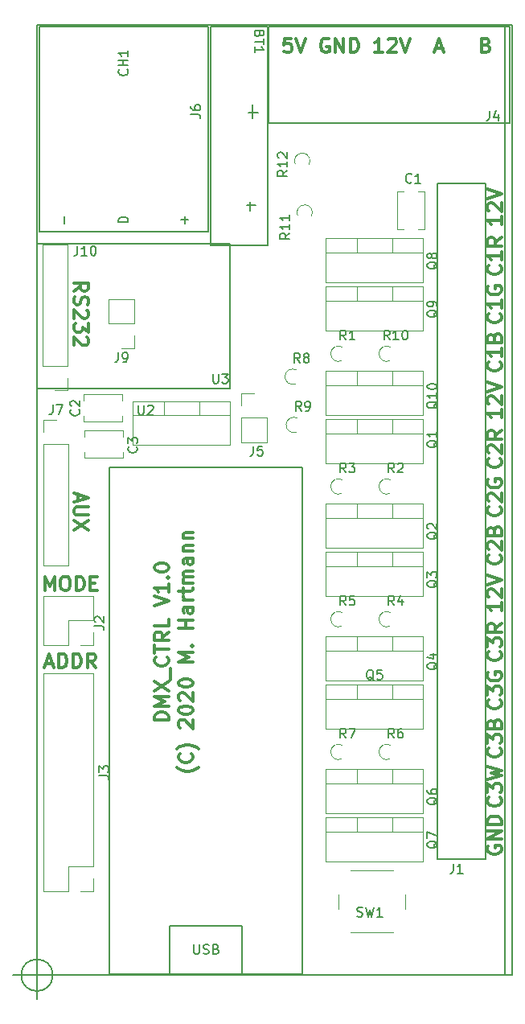
<source format=gbr>
%TF.GenerationSoftware,KiCad,Pcbnew,(5.0.2)-1*%
%TF.CreationDate,2020-01-28T14:28:05-08:00*%
%TF.ProjectId,DMX_CTRL,444d585f-4354-4524-9c2e-6b696361645f,rev?*%
%TF.SameCoordinates,PX4c4b400PY8f0d180*%
%TF.FileFunction,Legend,Top*%
%TF.FilePolarity,Positive*%
%FSLAX46Y46*%
G04 Gerber Fmt 4.6, Leading zero omitted, Abs format (unit mm)*
G04 Created by KiCad (PCBNEW (5.0.2)-1) date 1/28/2020 2:28:05 PM*
%MOMM*%
%LPD*%
G01*
G04 APERTURE LIST*
%ADD10C,0.200000*%
%ADD11C,0.300000*%
%ADD12C,0.150000*%
%ADD13C,0.120000*%
G04 APERTURE END LIST*
D10*
X49276000Y99822000D02*
X49276000Y0D01*
D11*
X26794285Y98611429D02*
X26079999Y98611429D01*
X26008571Y97897143D01*
X26079999Y97968572D01*
X26222857Y98040000D01*
X26579999Y98040000D01*
X26722857Y97968572D01*
X26794285Y97897143D01*
X26865714Y97754286D01*
X26865714Y97397143D01*
X26794285Y97254286D01*
X26722857Y97182858D01*
X26579999Y97111429D01*
X26222857Y97111429D01*
X26079999Y97182858D01*
X26008571Y97254286D01*
X27294285Y98611429D02*
X27794285Y97111429D01*
X28294285Y98611429D01*
X30722857Y98540000D02*
X30579999Y98611429D01*
X30365714Y98611429D01*
X30151428Y98540000D01*
X30008571Y98397143D01*
X29937142Y98254286D01*
X29865714Y97968572D01*
X29865714Y97754286D01*
X29937142Y97468572D01*
X30008571Y97325715D01*
X30151428Y97182858D01*
X30365714Y97111429D01*
X30508571Y97111429D01*
X30722857Y97182858D01*
X30794285Y97254286D01*
X30794285Y97754286D01*
X30508571Y97754286D01*
X31437142Y97111429D02*
X31437142Y98611429D01*
X32294285Y97111429D01*
X32294285Y98611429D01*
X33008571Y97111429D02*
X33008571Y98611429D01*
X33365714Y98611429D01*
X33579999Y98540000D01*
X33722857Y98397143D01*
X33794285Y98254286D01*
X33865714Y97968572D01*
X33865714Y97754286D01*
X33794285Y97468572D01*
X33722857Y97325715D01*
X33579999Y97182858D01*
X33365714Y97111429D01*
X33008571Y97111429D01*
X36437142Y97111429D02*
X35579999Y97111429D01*
X36008571Y97111429D02*
X36008571Y98611429D01*
X35865714Y98397143D01*
X35722857Y98254286D01*
X35579999Y98182858D01*
X37008571Y98468572D02*
X37079999Y98540000D01*
X37222857Y98611429D01*
X37579999Y98611429D01*
X37722857Y98540000D01*
X37794285Y98468572D01*
X37865714Y98325715D01*
X37865714Y98182858D01*
X37794285Y97968572D01*
X36937142Y97111429D01*
X37865714Y97111429D01*
X38294285Y98611429D02*
X38794285Y97111429D01*
X39294285Y98611429D01*
X42008571Y97540000D02*
X42722857Y97540000D01*
X41865714Y97111429D02*
X42365714Y98611429D01*
X42865714Y97111429D01*
X47294285Y97897143D02*
X47508571Y97825715D01*
X47579999Y97754286D01*
X47651428Y97611429D01*
X47651428Y97397143D01*
X47579999Y97254286D01*
X47508571Y97182858D01*
X47365714Y97111429D01*
X46794285Y97111429D01*
X46794285Y98611429D01*
X47294285Y98611429D01*
X47437142Y98540000D01*
X47508571Y98468572D01*
X47579999Y98325715D01*
X47579999Y98182858D01*
X47508571Y98040000D01*
X47437142Y97968572D01*
X47294285Y97897143D01*
X46794285Y97897143D01*
X3893428Y71988858D02*
X4607714Y72488858D01*
X3893428Y72846000D02*
X5393428Y72846000D01*
X5393428Y72274572D01*
X5322000Y72131715D01*
X5250571Y72060286D01*
X5107714Y71988858D01*
X4893428Y71988858D01*
X4750571Y72060286D01*
X4679142Y72131715D01*
X4607714Y72274572D01*
X4607714Y72846000D01*
X3964857Y71417429D02*
X3893428Y71203143D01*
X3893428Y70846000D01*
X3964857Y70703143D01*
X4036285Y70631715D01*
X4179142Y70560286D01*
X4322000Y70560286D01*
X4464857Y70631715D01*
X4536285Y70703143D01*
X4607714Y70846000D01*
X4679142Y71131715D01*
X4750571Y71274572D01*
X4822000Y71346000D01*
X4964857Y71417429D01*
X5107714Y71417429D01*
X5250571Y71346000D01*
X5322000Y71274572D01*
X5393428Y71131715D01*
X5393428Y70774572D01*
X5322000Y70560286D01*
X5250571Y69988858D02*
X5322000Y69917429D01*
X5393428Y69774572D01*
X5393428Y69417429D01*
X5322000Y69274572D01*
X5250571Y69203143D01*
X5107714Y69131715D01*
X4964857Y69131715D01*
X4750571Y69203143D01*
X3893428Y70060286D01*
X3893428Y69131715D01*
X5393428Y68631715D02*
X5393428Y67703143D01*
X4822000Y68203143D01*
X4822000Y67988858D01*
X4750571Y67846000D01*
X4679142Y67774572D01*
X4536285Y67703143D01*
X4179142Y67703143D01*
X4036285Y67774572D01*
X3964857Y67846000D01*
X3893428Y67988858D01*
X3893428Y68417429D01*
X3964857Y68560286D01*
X4036285Y68631715D01*
X5250571Y67131715D02*
X5322000Y67060286D01*
X5393428Y66917429D01*
X5393428Y66560286D01*
X5322000Y66417429D01*
X5250571Y66346000D01*
X5107714Y66274572D01*
X4964857Y66274572D01*
X4750571Y66346000D01*
X3893428Y67203143D01*
X3893428Y66274572D01*
X4322000Y50625143D02*
X4322000Y49910858D01*
X3893428Y50768000D02*
X5393428Y50268000D01*
X3893428Y49768000D01*
X5393428Y49268000D02*
X4179142Y49268000D01*
X4036285Y49196572D01*
X3964857Y49125143D01*
X3893428Y48982286D01*
X3893428Y48696572D01*
X3964857Y48553715D01*
X4036285Y48482286D01*
X4179142Y48410858D01*
X5393428Y48410858D01*
X5393428Y47839429D02*
X3893428Y46839429D01*
X5393428Y46839429D02*
X3893428Y47839429D01*
X48795714Y18704858D02*
X48867142Y18633429D01*
X48938571Y18419143D01*
X48938571Y18276286D01*
X48867142Y18062000D01*
X48724285Y17919143D01*
X48581428Y17847715D01*
X48295714Y17776286D01*
X48081428Y17776286D01*
X47795714Y17847715D01*
X47652857Y17919143D01*
X47510000Y18062000D01*
X47438571Y18276286D01*
X47438571Y18419143D01*
X47510000Y18633429D01*
X47581428Y18704858D01*
X47438571Y19204858D02*
X47438571Y20133429D01*
X48010000Y19633429D01*
X48010000Y19847715D01*
X48081428Y19990572D01*
X48152857Y20062000D01*
X48295714Y20133429D01*
X48652857Y20133429D01*
X48795714Y20062000D01*
X48867142Y19990572D01*
X48938571Y19847715D01*
X48938571Y19419143D01*
X48867142Y19276286D01*
X48795714Y19204858D01*
X47438571Y20633429D02*
X48938571Y20990572D01*
X47867142Y21276286D01*
X48938571Y21562000D01*
X47438571Y21919143D01*
X48795714Y23892000D02*
X48867142Y23820572D01*
X48938571Y23606286D01*
X48938571Y23463429D01*
X48867142Y23249143D01*
X48724285Y23106286D01*
X48581428Y23034858D01*
X48295714Y22963429D01*
X48081428Y22963429D01*
X47795714Y23034858D01*
X47652857Y23106286D01*
X47510000Y23249143D01*
X47438571Y23463429D01*
X47438571Y23606286D01*
X47510000Y23820572D01*
X47581428Y23892000D01*
X47438571Y24392000D02*
X47438571Y25320572D01*
X48010000Y24820572D01*
X48010000Y25034858D01*
X48081428Y25177715D01*
X48152857Y25249143D01*
X48295714Y25320572D01*
X48652857Y25320572D01*
X48795714Y25249143D01*
X48867142Y25177715D01*
X48938571Y25034858D01*
X48938571Y24606286D01*
X48867142Y24463429D01*
X48795714Y24392000D01*
X48152857Y26463429D02*
X48224285Y26677715D01*
X48295714Y26749143D01*
X48438571Y26820572D01*
X48652857Y26820572D01*
X48795714Y26749143D01*
X48867142Y26677715D01*
X48938571Y26534858D01*
X48938571Y25963429D01*
X47438571Y25963429D01*
X47438571Y26463429D01*
X47510000Y26606286D01*
X47581428Y26677715D01*
X47724285Y26749143D01*
X47867142Y26749143D01*
X48010000Y26677715D01*
X48081428Y26606286D01*
X48152857Y26463429D01*
X48152857Y25963429D01*
X48795714Y28972000D02*
X48867142Y28900572D01*
X48938571Y28686286D01*
X48938571Y28543429D01*
X48867142Y28329143D01*
X48724285Y28186286D01*
X48581428Y28114858D01*
X48295714Y28043429D01*
X48081428Y28043429D01*
X47795714Y28114858D01*
X47652857Y28186286D01*
X47510000Y28329143D01*
X47438571Y28543429D01*
X47438571Y28686286D01*
X47510000Y28900572D01*
X47581428Y28972000D01*
X47438571Y29472000D02*
X47438571Y30400572D01*
X48010000Y29900572D01*
X48010000Y30114858D01*
X48081428Y30257715D01*
X48152857Y30329143D01*
X48295714Y30400572D01*
X48652857Y30400572D01*
X48795714Y30329143D01*
X48867142Y30257715D01*
X48938571Y30114858D01*
X48938571Y29686286D01*
X48867142Y29543429D01*
X48795714Y29472000D01*
X47510000Y31829143D02*
X47438571Y31686286D01*
X47438571Y31472000D01*
X47510000Y31257715D01*
X47652857Y31114858D01*
X47795714Y31043429D01*
X48081428Y30972000D01*
X48295714Y30972000D01*
X48581428Y31043429D01*
X48724285Y31114858D01*
X48867142Y31257715D01*
X48938571Y31472000D01*
X48938571Y31614858D01*
X48867142Y31829143D01*
X48795714Y31900572D01*
X48295714Y31900572D01*
X48295714Y31614858D01*
X48795714Y34052000D02*
X48867142Y33980572D01*
X48938571Y33766286D01*
X48938571Y33623429D01*
X48867142Y33409143D01*
X48724285Y33266286D01*
X48581428Y33194858D01*
X48295714Y33123429D01*
X48081428Y33123429D01*
X47795714Y33194858D01*
X47652857Y33266286D01*
X47510000Y33409143D01*
X47438571Y33623429D01*
X47438571Y33766286D01*
X47510000Y33980572D01*
X47581428Y34052000D01*
X47438571Y34552000D02*
X47438571Y35480572D01*
X48010000Y34980572D01*
X48010000Y35194858D01*
X48081428Y35337715D01*
X48152857Y35409143D01*
X48295714Y35480572D01*
X48652857Y35480572D01*
X48795714Y35409143D01*
X48867142Y35337715D01*
X48938571Y35194858D01*
X48938571Y34766286D01*
X48867142Y34623429D01*
X48795714Y34552000D01*
X48938571Y36980572D02*
X48224285Y36480572D01*
X48938571Y36123429D02*
X47438571Y36123429D01*
X47438571Y36694858D01*
X47510000Y36837715D01*
X47581428Y36909143D01*
X47724285Y36980572D01*
X47938571Y36980572D01*
X48081428Y36909143D01*
X48152857Y36837715D01*
X48224285Y36694858D01*
X48224285Y36123429D01*
X47510000Y13589143D02*
X47438571Y13446286D01*
X47438571Y13232000D01*
X47510000Y13017715D01*
X47652857Y12874858D01*
X47795714Y12803429D01*
X48081428Y12732000D01*
X48295714Y12732000D01*
X48581428Y12803429D01*
X48724285Y12874858D01*
X48867142Y13017715D01*
X48938571Y13232000D01*
X48938571Y13374858D01*
X48867142Y13589143D01*
X48795714Y13660572D01*
X48295714Y13660572D01*
X48295714Y13374858D01*
X48938571Y14303429D02*
X47438571Y14303429D01*
X48938571Y15160572D01*
X47438571Y15160572D01*
X48938571Y15874858D02*
X47438571Y15874858D01*
X47438571Y16232000D01*
X47510000Y16446286D01*
X47652857Y16589143D01*
X47795714Y16660572D01*
X48081428Y16732000D01*
X48295714Y16732000D01*
X48581428Y16660572D01*
X48724285Y16589143D01*
X48867142Y16446286D01*
X48938571Y16232000D01*
X48938571Y15874858D01*
X48938571Y39203429D02*
X48938571Y38346286D01*
X48938571Y38774858D02*
X47438571Y38774858D01*
X47652857Y38632000D01*
X47795714Y38489143D01*
X47867142Y38346286D01*
X47581428Y39774858D02*
X47510000Y39846286D01*
X47438571Y39989143D01*
X47438571Y40346286D01*
X47510000Y40489143D01*
X47581428Y40560572D01*
X47724285Y40632000D01*
X47867142Y40632000D01*
X48081428Y40560572D01*
X48938571Y39703429D01*
X48938571Y40632000D01*
X47438571Y41060572D02*
X48938571Y41560572D01*
X47438571Y42060572D01*
X48795714Y44212000D02*
X48867142Y44140572D01*
X48938571Y43926286D01*
X48938571Y43783429D01*
X48867142Y43569143D01*
X48724285Y43426286D01*
X48581428Y43354858D01*
X48295714Y43283429D01*
X48081428Y43283429D01*
X47795714Y43354858D01*
X47652857Y43426286D01*
X47510000Y43569143D01*
X47438571Y43783429D01*
X47438571Y43926286D01*
X47510000Y44140572D01*
X47581428Y44212000D01*
X47581428Y44783429D02*
X47510000Y44854858D01*
X47438571Y44997715D01*
X47438571Y45354858D01*
X47510000Y45497715D01*
X47581428Y45569143D01*
X47724285Y45640572D01*
X47867142Y45640572D01*
X48081428Y45569143D01*
X48938571Y44712000D01*
X48938571Y45640572D01*
X48152857Y46783429D02*
X48224285Y46997715D01*
X48295714Y47069143D01*
X48438571Y47140572D01*
X48652857Y47140572D01*
X48795714Y47069143D01*
X48867142Y46997715D01*
X48938571Y46854858D01*
X48938571Y46283429D01*
X47438571Y46283429D01*
X47438571Y46783429D01*
X47510000Y46926286D01*
X47581428Y46997715D01*
X47724285Y47069143D01*
X47867142Y47069143D01*
X48010000Y46997715D01*
X48081428Y46926286D01*
X48152857Y46783429D01*
X48152857Y46283429D01*
X48795714Y49292000D02*
X48867142Y49220572D01*
X48938571Y49006286D01*
X48938571Y48863429D01*
X48867142Y48649143D01*
X48724285Y48506286D01*
X48581428Y48434858D01*
X48295714Y48363429D01*
X48081428Y48363429D01*
X47795714Y48434858D01*
X47652857Y48506286D01*
X47510000Y48649143D01*
X47438571Y48863429D01*
X47438571Y49006286D01*
X47510000Y49220572D01*
X47581428Y49292000D01*
X47581428Y49863429D02*
X47510000Y49934858D01*
X47438571Y50077715D01*
X47438571Y50434858D01*
X47510000Y50577715D01*
X47581428Y50649143D01*
X47724285Y50720572D01*
X47867142Y50720572D01*
X48081428Y50649143D01*
X48938571Y49792000D01*
X48938571Y50720572D01*
X47510000Y52149143D02*
X47438571Y52006286D01*
X47438571Y51792000D01*
X47510000Y51577715D01*
X47652857Y51434858D01*
X47795714Y51363429D01*
X48081428Y51292000D01*
X48295714Y51292000D01*
X48581428Y51363429D01*
X48724285Y51434858D01*
X48867142Y51577715D01*
X48938571Y51792000D01*
X48938571Y51934858D01*
X48867142Y52149143D01*
X48795714Y52220572D01*
X48295714Y52220572D01*
X48295714Y51934858D01*
X48795714Y54372000D02*
X48867142Y54300572D01*
X48938571Y54086286D01*
X48938571Y53943429D01*
X48867142Y53729143D01*
X48724285Y53586286D01*
X48581428Y53514858D01*
X48295714Y53443429D01*
X48081428Y53443429D01*
X47795714Y53514858D01*
X47652857Y53586286D01*
X47510000Y53729143D01*
X47438571Y53943429D01*
X47438571Y54086286D01*
X47510000Y54300572D01*
X47581428Y54372000D01*
X47581428Y54943429D02*
X47510000Y55014858D01*
X47438571Y55157715D01*
X47438571Y55514858D01*
X47510000Y55657715D01*
X47581428Y55729143D01*
X47724285Y55800572D01*
X47867142Y55800572D01*
X48081428Y55729143D01*
X48938571Y54872000D01*
X48938571Y55800572D01*
X48938571Y57300572D02*
X48224285Y56800572D01*
X48938571Y56443429D02*
X47438571Y56443429D01*
X47438571Y57014858D01*
X47510000Y57157715D01*
X47581428Y57229143D01*
X47724285Y57300572D01*
X47938571Y57300572D01*
X48081428Y57229143D01*
X48152857Y57157715D01*
X48224285Y57014858D01*
X48224285Y56443429D01*
X48938571Y59523429D02*
X48938571Y58666286D01*
X48938571Y59094858D02*
X47438571Y59094858D01*
X47652857Y58952000D01*
X47795714Y58809143D01*
X47867142Y58666286D01*
X47581428Y60094858D02*
X47510000Y60166286D01*
X47438571Y60309143D01*
X47438571Y60666286D01*
X47510000Y60809143D01*
X47581428Y60880572D01*
X47724285Y60952000D01*
X47867142Y60952000D01*
X48081428Y60880572D01*
X48938571Y60023429D01*
X48938571Y60952000D01*
X47438571Y61380572D02*
X48938571Y61880572D01*
X47438571Y62380572D01*
X48795714Y64532000D02*
X48867142Y64460572D01*
X48938571Y64246286D01*
X48938571Y64103429D01*
X48867142Y63889143D01*
X48724285Y63746286D01*
X48581428Y63674858D01*
X48295714Y63603429D01*
X48081428Y63603429D01*
X47795714Y63674858D01*
X47652857Y63746286D01*
X47510000Y63889143D01*
X47438571Y64103429D01*
X47438571Y64246286D01*
X47510000Y64460572D01*
X47581428Y64532000D01*
X48938571Y65960572D02*
X48938571Y65103429D01*
X48938571Y65532000D02*
X47438571Y65532000D01*
X47652857Y65389143D01*
X47795714Y65246286D01*
X47867142Y65103429D01*
X48152857Y67103429D02*
X48224285Y67317715D01*
X48295714Y67389143D01*
X48438571Y67460572D01*
X48652857Y67460572D01*
X48795714Y67389143D01*
X48867142Y67317715D01*
X48938571Y67174858D01*
X48938571Y66603429D01*
X47438571Y66603429D01*
X47438571Y67103429D01*
X47510000Y67246286D01*
X47581428Y67317715D01*
X47724285Y67389143D01*
X47867142Y67389143D01*
X48010000Y67317715D01*
X48081428Y67246286D01*
X48152857Y67103429D01*
X48152857Y66603429D01*
X48795714Y69612000D02*
X48867142Y69540572D01*
X48938571Y69326286D01*
X48938571Y69183429D01*
X48867142Y68969143D01*
X48724285Y68826286D01*
X48581428Y68754858D01*
X48295714Y68683429D01*
X48081428Y68683429D01*
X47795714Y68754858D01*
X47652857Y68826286D01*
X47510000Y68969143D01*
X47438571Y69183429D01*
X47438571Y69326286D01*
X47510000Y69540572D01*
X47581428Y69612000D01*
X48938571Y71040572D02*
X48938571Y70183429D01*
X48938571Y70612000D02*
X47438571Y70612000D01*
X47652857Y70469143D01*
X47795714Y70326286D01*
X47867142Y70183429D01*
X47510000Y72469143D02*
X47438571Y72326286D01*
X47438571Y72112000D01*
X47510000Y71897715D01*
X47652857Y71754858D01*
X47795714Y71683429D01*
X48081428Y71612000D01*
X48295714Y71612000D01*
X48581428Y71683429D01*
X48724285Y71754858D01*
X48867142Y71897715D01*
X48938571Y72112000D01*
X48938571Y72254858D01*
X48867142Y72469143D01*
X48795714Y72540572D01*
X48295714Y72540572D01*
X48295714Y72254858D01*
X48795714Y74692000D02*
X48867142Y74620572D01*
X48938571Y74406286D01*
X48938571Y74263429D01*
X48867142Y74049143D01*
X48724285Y73906286D01*
X48581428Y73834858D01*
X48295714Y73763429D01*
X48081428Y73763429D01*
X47795714Y73834858D01*
X47652857Y73906286D01*
X47510000Y74049143D01*
X47438571Y74263429D01*
X47438571Y74406286D01*
X47510000Y74620572D01*
X47581428Y74692000D01*
X48938571Y76120572D02*
X48938571Y75263429D01*
X48938571Y75692000D02*
X47438571Y75692000D01*
X47652857Y75549143D01*
X47795714Y75406286D01*
X47867142Y75263429D01*
X48938571Y77620572D02*
X48224285Y77120572D01*
X48938571Y76763429D02*
X47438571Y76763429D01*
X47438571Y77334858D01*
X47510000Y77477715D01*
X47581428Y77549143D01*
X47724285Y77620572D01*
X47938571Y77620572D01*
X48081428Y77549143D01*
X48152857Y77477715D01*
X48224285Y77334858D01*
X48224285Y76763429D01*
X48938571Y79843429D02*
X48938571Y78986286D01*
X48938571Y79414858D02*
X47438571Y79414858D01*
X47652857Y79272000D01*
X47795714Y79129143D01*
X47867142Y78986286D01*
X47581428Y80414858D02*
X47510000Y80486286D01*
X47438571Y80629143D01*
X47438571Y80986286D01*
X47510000Y81129143D01*
X47581428Y81200572D01*
X47724285Y81272000D01*
X47867142Y81272000D01*
X48081428Y81200572D01*
X48938571Y80343429D01*
X48938571Y81272000D01*
X47438571Y81700572D02*
X48938571Y82200572D01*
X47438571Y82700572D01*
X841714Y40469429D02*
X841714Y41969429D01*
X1341714Y40898000D01*
X1841714Y41969429D01*
X1841714Y40469429D01*
X2841714Y41969429D02*
X3127428Y41969429D01*
X3270285Y41898000D01*
X3413142Y41755143D01*
X3484571Y41469429D01*
X3484571Y40969429D01*
X3413142Y40683715D01*
X3270285Y40540858D01*
X3127428Y40469429D01*
X2841714Y40469429D01*
X2698857Y40540858D01*
X2556000Y40683715D01*
X2484571Y40969429D01*
X2484571Y41469429D01*
X2556000Y41755143D01*
X2698857Y41898000D01*
X2841714Y41969429D01*
X4127428Y40469429D02*
X4127428Y41969429D01*
X4484571Y41969429D01*
X4698857Y41898000D01*
X4841714Y41755143D01*
X4913142Y41612286D01*
X4984571Y41326572D01*
X4984571Y41112286D01*
X4913142Y40826572D01*
X4841714Y40683715D01*
X4698857Y40540858D01*
X4484571Y40469429D01*
X4127428Y40469429D01*
X5627428Y41255143D02*
X6127428Y41255143D01*
X6341714Y40469429D02*
X5627428Y40469429D01*
X5627428Y41969429D01*
X6341714Y41969429D01*
X948857Y32770000D02*
X1663142Y32770000D01*
X806000Y32341429D02*
X1306000Y33841429D01*
X1806000Y32341429D01*
X2306000Y32341429D02*
X2306000Y33841429D01*
X2663142Y33841429D01*
X2877428Y33770000D01*
X3020285Y33627143D01*
X3091714Y33484286D01*
X3163142Y33198572D01*
X3163142Y32984286D01*
X3091714Y32698572D01*
X3020285Y32555715D01*
X2877428Y32412858D01*
X2663142Y32341429D01*
X2306000Y32341429D01*
X3806000Y32341429D02*
X3806000Y33841429D01*
X4163142Y33841429D01*
X4377428Y33770000D01*
X4520285Y33627143D01*
X4591714Y33484286D01*
X4663142Y33198572D01*
X4663142Y32984286D01*
X4591714Y32698572D01*
X4520285Y32555715D01*
X4377428Y32412858D01*
X4163142Y32341429D01*
X3806000Y32341429D01*
X6163142Y32341429D02*
X5663142Y33055715D01*
X5306000Y32341429D02*
X5306000Y33841429D01*
X5877428Y33841429D01*
X6020285Y33770000D01*
X6091714Y33698572D01*
X6163142Y33555715D01*
X6163142Y33341429D01*
X6091714Y33198572D01*
X6020285Y33127143D01*
X5877428Y33055715D01*
X5306000Y33055715D01*
X16998000Y21893143D02*
X16926571Y21821715D01*
X16712285Y21678858D01*
X16569428Y21607429D01*
X16355142Y21536000D01*
X15998000Y21464572D01*
X15712285Y21464572D01*
X15355142Y21536000D01*
X15140857Y21607429D01*
X14998000Y21678858D01*
X14783714Y21821715D01*
X14712285Y21893143D01*
X16283714Y23321715D02*
X16355142Y23250286D01*
X16426571Y23036000D01*
X16426571Y22893143D01*
X16355142Y22678858D01*
X16212285Y22536000D01*
X16069428Y22464572D01*
X15783714Y22393143D01*
X15569428Y22393143D01*
X15283714Y22464572D01*
X15140857Y22536000D01*
X14998000Y22678858D01*
X14926571Y22893143D01*
X14926571Y23036000D01*
X14998000Y23250286D01*
X15069428Y23321715D01*
X16998000Y23821715D02*
X16926571Y23893143D01*
X16712285Y24036000D01*
X16569428Y24107429D01*
X16355142Y24178858D01*
X15998000Y24250286D01*
X15712285Y24250286D01*
X15355142Y24178858D01*
X15140857Y24107429D01*
X14998000Y24036000D01*
X14783714Y23893143D01*
X14712285Y23821715D01*
X15069428Y26036000D02*
X14998000Y26107429D01*
X14926571Y26250286D01*
X14926571Y26607429D01*
X14998000Y26750286D01*
X15069428Y26821715D01*
X15212285Y26893143D01*
X15355142Y26893143D01*
X15569428Y26821715D01*
X16426571Y25964572D01*
X16426571Y26893143D01*
X14926571Y27821715D02*
X14926571Y27964572D01*
X14998000Y28107429D01*
X15069428Y28178858D01*
X15212285Y28250286D01*
X15498000Y28321715D01*
X15855142Y28321715D01*
X16140857Y28250286D01*
X16283714Y28178858D01*
X16355142Y28107429D01*
X16426571Y27964572D01*
X16426571Y27821715D01*
X16355142Y27678858D01*
X16283714Y27607429D01*
X16140857Y27536000D01*
X15855142Y27464572D01*
X15498000Y27464572D01*
X15212285Y27536000D01*
X15069428Y27607429D01*
X14998000Y27678858D01*
X14926571Y27821715D01*
X15069428Y28893143D02*
X14998000Y28964572D01*
X14926571Y29107429D01*
X14926571Y29464572D01*
X14998000Y29607429D01*
X15069428Y29678858D01*
X15212285Y29750286D01*
X15355142Y29750286D01*
X15569428Y29678858D01*
X16426571Y28821715D01*
X16426571Y29750286D01*
X14926571Y30678858D02*
X14926571Y30821715D01*
X14998000Y30964572D01*
X15069428Y31036000D01*
X15212285Y31107429D01*
X15498000Y31178858D01*
X15855142Y31178858D01*
X16140857Y31107429D01*
X16283714Y31036000D01*
X16355142Y30964572D01*
X16426571Y30821715D01*
X16426571Y30678858D01*
X16355142Y30536000D01*
X16283714Y30464572D01*
X16140857Y30393143D01*
X15855142Y30321715D01*
X15498000Y30321715D01*
X15212285Y30393143D01*
X15069428Y30464572D01*
X14998000Y30536000D01*
X14926571Y30678858D01*
X16426571Y32964572D02*
X14926571Y32964572D01*
X15998000Y33464572D01*
X14926571Y33964572D01*
X16426571Y33964572D01*
X16283714Y34678858D02*
X16355142Y34750286D01*
X16426571Y34678858D01*
X16355142Y34607429D01*
X16283714Y34678858D01*
X16426571Y34678858D01*
X16426571Y36536000D02*
X14926571Y36536000D01*
X15640857Y36536000D02*
X15640857Y37393143D01*
X16426571Y37393143D02*
X14926571Y37393143D01*
X16426571Y38750286D02*
X15640857Y38750286D01*
X15498000Y38678858D01*
X15426571Y38536000D01*
X15426571Y38250286D01*
X15498000Y38107429D01*
X16355142Y38750286D02*
X16426571Y38607429D01*
X16426571Y38250286D01*
X16355142Y38107429D01*
X16212285Y38036000D01*
X16069428Y38036000D01*
X15926571Y38107429D01*
X15855142Y38250286D01*
X15855142Y38607429D01*
X15783714Y38750286D01*
X16426571Y39464572D02*
X15426571Y39464572D01*
X15712285Y39464572D02*
X15569428Y39536000D01*
X15498000Y39607429D01*
X15426571Y39750286D01*
X15426571Y39893143D01*
X15426571Y40178858D02*
X15426571Y40750286D01*
X14926571Y40393143D02*
X16212285Y40393143D01*
X16355142Y40464572D01*
X16426571Y40607429D01*
X16426571Y40750286D01*
X16426571Y41250286D02*
X15426571Y41250286D01*
X15569428Y41250286D02*
X15498000Y41321715D01*
X15426571Y41464572D01*
X15426571Y41678858D01*
X15498000Y41821715D01*
X15640857Y41893143D01*
X16426571Y41893143D01*
X15640857Y41893143D02*
X15498000Y41964572D01*
X15426571Y42107429D01*
X15426571Y42321715D01*
X15498000Y42464572D01*
X15640857Y42536000D01*
X16426571Y42536000D01*
X16426571Y43893143D02*
X15640857Y43893143D01*
X15498000Y43821715D01*
X15426571Y43678858D01*
X15426571Y43393143D01*
X15498000Y43250286D01*
X16355142Y43893143D02*
X16426571Y43750286D01*
X16426571Y43393143D01*
X16355142Y43250286D01*
X16212285Y43178858D01*
X16069428Y43178858D01*
X15926571Y43250286D01*
X15855142Y43393143D01*
X15855142Y43750286D01*
X15783714Y43893143D01*
X15426571Y44607429D02*
X16426571Y44607429D01*
X15569428Y44607429D02*
X15498000Y44678858D01*
X15426571Y44821715D01*
X15426571Y45036000D01*
X15498000Y45178858D01*
X15640857Y45250286D01*
X16426571Y45250286D01*
X15426571Y45964572D02*
X16426571Y45964572D01*
X15569428Y45964572D02*
X15498000Y46036000D01*
X15426571Y46178858D01*
X15426571Y46393143D01*
X15498000Y46536000D01*
X15640857Y46607429D01*
X16426571Y46607429D01*
X13886571Y26837715D02*
X12386571Y26837715D01*
X12386571Y27194858D01*
X12458000Y27409143D01*
X12600857Y27552000D01*
X12743714Y27623429D01*
X13029428Y27694858D01*
X13243714Y27694858D01*
X13529428Y27623429D01*
X13672285Y27552000D01*
X13815142Y27409143D01*
X13886571Y27194858D01*
X13886571Y26837715D01*
X13886571Y28337715D02*
X12386571Y28337715D01*
X13458000Y28837715D01*
X12386571Y29337715D01*
X13886571Y29337715D01*
X12386571Y29909143D02*
X13886571Y30909143D01*
X12386571Y30909143D02*
X13886571Y29909143D01*
X14029428Y31123429D02*
X14029428Y32266286D01*
X13743714Y33480572D02*
X13815142Y33409143D01*
X13886571Y33194858D01*
X13886571Y33052000D01*
X13815142Y32837715D01*
X13672285Y32694858D01*
X13529428Y32623429D01*
X13243714Y32552000D01*
X13029428Y32552000D01*
X12743714Y32623429D01*
X12600857Y32694858D01*
X12458000Y32837715D01*
X12386571Y33052000D01*
X12386571Y33194858D01*
X12458000Y33409143D01*
X12529428Y33480572D01*
X12386571Y33909143D02*
X12386571Y34766286D01*
X13886571Y34337715D02*
X12386571Y34337715D01*
X13886571Y36123429D02*
X13172285Y35623429D01*
X13886571Y35266286D02*
X12386571Y35266286D01*
X12386571Y35837715D01*
X12458000Y35980572D01*
X12529428Y36052000D01*
X12672285Y36123429D01*
X12886571Y36123429D01*
X13029428Y36052000D01*
X13100857Y35980572D01*
X13172285Y35837715D01*
X13172285Y35266286D01*
X13886571Y37480572D02*
X13886571Y36766286D01*
X12386571Y36766286D01*
X12386571Y38909143D02*
X13886571Y39409143D01*
X12386571Y39909143D01*
X13886571Y41194858D02*
X13886571Y40337715D01*
X13886571Y40766286D02*
X12386571Y40766286D01*
X12600857Y40623429D01*
X12743714Y40480572D01*
X12815142Y40337715D01*
X13743714Y41837715D02*
X13815142Y41909143D01*
X13886571Y41837715D01*
X13815142Y41766286D01*
X13743714Y41837715D01*
X13886571Y41837715D01*
X12386571Y42837715D02*
X12386571Y42980572D01*
X12458000Y43123429D01*
X12529428Y43194858D01*
X12672285Y43266286D01*
X12958000Y43337715D01*
X13315142Y43337715D01*
X13600857Y43266286D01*
X13743714Y43194858D01*
X13815142Y43123429D01*
X13886571Y42980572D01*
X13886571Y42837715D01*
X13815142Y42694858D01*
X13743714Y42623429D01*
X13600857Y42552000D01*
X13315142Y42480572D01*
X12958000Y42480572D01*
X12672285Y42552000D01*
X12529428Y42623429D01*
X12458000Y42694858D01*
X12386571Y42837715D01*
D12*
X1666666Y0D02*
G75*
G03X1666666Y0I-1666666J0D01*
G01*
X-2500000Y0D02*
X2500000Y0D01*
X0Y2500000D02*
X0Y-2500000D01*
X0Y100000000D02*
X0Y0D01*
X50000000Y100000000D02*
X0Y100000000D01*
X50000000Y0D02*
X50000000Y100000000D01*
X0Y0D02*
X50000000Y0D01*
X254000Y78232000D02*
X254000Y79502000D01*
X18034000Y78232000D02*
X254000Y78232000D01*
X18034000Y99822000D02*
X18034000Y78232000D01*
X254000Y99822000D02*
X18034000Y99822000D01*
X254000Y79502000D02*
X254000Y99822000D01*
X10000Y61735000D02*
X10000Y76975000D01*
X10000Y61735000D02*
X20330000Y61735000D01*
X20330000Y76975000D02*
X10000Y76975000D01*
X20330000Y61735000D02*
X20330000Y76975000D01*
D13*
X27444641Y79943905D02*
G75*
G02X28894000Y79846867I749359J320095D01*
G01*
D12*
X13980000Y5220000D02*
X13980000Y140000D01*
X21600000Y5220000D02*
X13980000Y5220000D01*
X21600000Y140000D02*
X21600000Y5220000D01*
X27950000Y53480000D02*
X27950000Y140000D01*
X7630000Y53480000D02*
X27950000Y53480000D01*
X7630000Y140000D02*
X7630000Y53480000D01*
X27950000Y140000D02*
X7630000Y140000D01*
X24260000Y99818000D02*
X18260000Y99818000D01*
X18260000Y99818000D02*
X18260000Y76818000D01*
X18260000Y76818000D02*
X24260000Y76818000D01*
X24260000Y76818000D02*
X24260000Y99818000D01*
X22460000Y80418000D02*
X22460000Y81418000D01*
X23060000Y81018000D02*
X22060000Y81018000D01*
X22660000Y91618000D02*
X22660000Y90218000D01*
X23260000Y90818000D02*
X22260000Y90818000D01*
D13*
X37950000Y78478000D02*
X37950000Y82518000D01*
X40790000Y78478000D02*
X40790000Y82518000D01*
X37950000Y78478000D02*
X38575000Y78478000D01*
X40165000Y78478000D02*
X40790000Y78478000D01*
X37950000Y82518000D02*
X38575000Y82518000D01*
X40165000Y82518000D02*
X40790000Y82518000D01*
X4945000Y60485000D02*
X4945000Y61110000D01*
X4945000Y58270000D02*
X4945000Y58895000D01*
X8985000Y60485000D02*
X8985000Y61110000D01*
X8985000Y58270000D02*
X8985000Y58895000D01*
X8985000Y61110000D02*
X4945000Y61110000D01*
X8985000Y58270000D02*
X4945000Y58270000D01*
X9025000Y54460000D02*
X4985000Y54460000D01*
X9025000Y57300000D02*
X4985000Y57300000D01*
X9025000Y54460000D02*
X9025000Y55085000D01*
X9025000Y56675000D02*
X9025000Y57300000D01*
X4985000Y54460000D02*
X4985000Y55085000D01*
X4985000Y56675000D02*
X4985000Y57300000D01*
X5902000Y39938000D02*
X702000Y39938000D01*
X5902000Y37338000D02*
X5902000Y39938000D01*
X702000Y34738000D02*
X702000Y39938000D01*
X5902000Y37338000D02*
X3302000Y37338000D01*
X3302000Y37338000D02*
X3302000Y34738000D01*
X3302000Y34738000D02*
X702000Y34738000D01*
X5902000Y36068000D02*
X5902000Y34738000D01*
X5902000Y34738000D02*
X4572000Y34738000D01*
X5902000Y31810000D02*
X702000Y31810000D01*
X5902000Y11430000D02*
X5902000Y31810000D01*
X702000Y8830000D02*
X702000Y31810000D01*
X5902000Y11430000D02*
X3302000Y11430000D01*
X3302000Y11430000D02*
X3302000Y8830000D01*
X3302000Y8830000D02*
X702000Y8830000D01*
X5902000Y10160000D02*
X5902000Y8830000D01*
X5902000Y8830000D02*
X4572000Y8830000D01*
X21530000Y61274000D02*
X22860000Y61274000D01*
X21530000Y59944000D02*
X21530000Y61274000D01*
X21530000Y58674000D02*
X24190000Y58674000D01*
X24190000Y58674000D02*
X24190000Y56074000D01*
X21530000Y58674000D02*
X21530000Y56074000D01*
X21530000Y56074000D02*
X24190000Y56074000D01*
X670000Y43120000D02*
X3330000Y43120000D01*
X670000Y55880000D02*
X670000Y43120000D01*
X3330000Y55880000D02*
X3330000Y43120000D01*
X670000Y55880000D02*
X3330000Y55880000D01*
X670000Y57150000D02*
X670000Y58480000D01*
X670000Y58480000D02*
X2000000Y58480000D01*
X10220000Y71180000D02*
X7560000Y71180000D01*
X10220000Y68580000D02*
X10220000Y71180000D01*
X7560000Y68580000D02*
X7560000Y71180000D01*
X10220000Y68580000D02*
X7560000Y68580000D01*
X10220000Y67310000D02*
X10220000Y65980000D01*
X10220000Y65980000D02*
X8890000Y65980000D01*
X3235000Y61535000D02*
X1905000Y61535000D01*
X3235000Y62865000D02*
X3235000Y61535000D01*
X3235000Y64135000D02*
X575000Y64135000D01*
X575000Y64135000D02*
X575000Y76895000D01*
X3235000Y64135000D02*
X3235000Y76895000D01*
X3235000Y76895000D02*
X575000Y76895000D01*
X37411000Y58515000D02*
X37411000Y57005000D01*
X33710000Y58515000D02*
X33710000Y57005000D01*
X30440000Y57005000D02*
X40680000Y57005000D01*
X40680000Y58515000D02*
X40680000Y53874000D01*
X30440000Y58515000D02*
X30440000Y53874000D01*
X30440000Y53874000D02*
X40680000Y53874000D01*
X30440000Y58515000D02*
X40680000Y58515000D01*
X30440000Y49625000D02*
X40680000Y49625000D01*
X30440000Y44984000D02*
X40680000Y44984000D01*
X30440000Y49625000D02*
X30440000Y44984000D01*
X40680000Y49625000D02*
X40680000Y44984000D01*
X30440000Y48115000D02*
X40680000Y48115000D01*
X33710000Y49625000D02*
X33710000Y48115000D01*
X37411000Y49625000D02*
X37411000Y48115000D01*
X30440000Y44545000D02*
X40680000Y44545000D01*
X30440000Y39904000D02*
X40680000Y39904000D01*
X30440000Y44545000D02*
X30440000Y39904000D01*
X40680000Y44545000D02*
X40680000Y39904000D01*
X30440000Y43035000D02*
X40680000Y43035000D01*
X33710000Y44545000D02*
X33710000Y43035000D01*
X37411000Y44545000D02*
X37411000Y43035000D01*
X37411000Y35655000D02*
X37411000Y34145000D01*
X33710000Y35655000D02*
X33710000Y34145000D01*
X30440000Y34145000D02*
X40680000Y34145000D01*
X40680000Y35655000D02*
X40680000Y31014000D01*
X30440000Y35655000D02*
X30440000Y31014000D01*
X30440000Y31014000D02*
X40680000Y31014000D01*
X30440000Y35655000D02*
X40680000Y35655000D01*
X37411000Y30575000D02*
X37411000Y29065000D01*
X33710000Y30575000D02*
X33710000Y29065000D01*
X30440000Y29065000D02*
X40680000Y29065000D01*
X40680000Y30575000D02*
X40680000Y25934000D01*
X30440000Y30575000D02*
X30440000Y25934000D01*
X30440000Y25934000D02*
X40680000Y25934000D01*
X30440000Y30575000D02*
X40680000Y30575000D01*
X30440000Y21685000D02*
X40680000Y21685000D01*
X30440000Y17044000D02*
X40680000Y17044000D01*
X30440000Y21685000D02*
X30440000Y17044000D01*
X40680000Y21685000D02*
X40680000Y17044000D01*
X30440000Y20175000D02*
X40680000Y20175000D01*
X33710000Y21685000D02*
X33710000Y20175000D01*
X37411000Y21685000D02*
X37411000Y20175000D01*
X37411000Y16605000D02*
X37411000Y15095000D01*
X33710000Y16605000D02*
X33710000Y15095000D01*
X30440000Y15095000D02*
X40680000Y15095000D01*
X40680000Y16605000D02*
X40680000Y11964000D01*
X30440000Y16605000D02*
X30440000Y11964000D01*
X30440000Y11964000D02*
X40680000Y11964000D01*
X30440000Y16605000D02*
X40680000Y16605000D01*
X37411000Y77565000D02*
X37411000Y76055000D01*
X33710000Y77565000D02*
X33710000Y76055000D01*
X30440000Y76055000D02*
X40680000Y76055000D01*
X40680000Y77565000D02*
X40680000Y72924000D01*
X30440000Y77565000D02*
X30440000Y72924000D01*
X30440000Y72924000D02*
X40680000Y72924000D01*
X30440000Y77565000D02*
X40680000Y77565000D01*
X30440000Y72485000D02*
X40680000Y72485000D01*
X30440000Y67844000D02*
X40680000Y67844000D01*
X30440000Y72485000D02*
X30440000Y67844000D01*
X40680000Y72485000D02*
X40680000Y67844000D01*
X30440000Y70975000D02*
X40680000Y70975000D01*
X33710000Y72485000D02*
X33710000Y70975000D01*
X37411000Y72485000D02*
X37411000Y70975000D01*
X30440000Y63595000D02*
X40680000Y63595000D01*
X30440000Y58954000D02*
X40680000Y58954000D01*
X30440000Y63595000D02*
X30440000Y58954000D01*
X40680000Y63595000D02*
X40680000Y58954000D01*
X30440000Y62085000D02*
X40680000Y62085000D01*
X33710000Y63595000D02*
X33710000Y62085000D01*
X37411000Y63595000D02*
X37411000Y62085000D01*
X32070095Y64655641D02*
G75*
G02X32167133Y66105000I-320095J749359D01*
G01*
X37150095Y50685641D02*
G75*
G02X37247133Y52135000I-320095J749359D01*
G01*
X32070095Y50685641D02*
G75*
G02X32167133Y52135000I-320095J749359D01*
G01*
X37150095Y36715641D02*
G75*
G02X37247133Y38165000I-320095J749359D01*
G01*
X32070095Y36715641D02*
G75*
G02X32167133Y38165000I-320095J749359D01*
G01*
X37150095Y22745641D02*
G75*
G02X37247133Y24195000I-320095J749359D01*
G01*
X32070095Y22745641D02*
G75*
G02X32167133Y24195000I-320095J749359D01*
G01*
X27244095Y62242641D02*
G75*
G02X27341133Y63692000I-320095J749359D01*
G01*
X27376095Y57162641D02*
G75*
G02X27473133Y58612000I-320095J749359D01*
G01*
X37150095Y64655641D02*
G75*
G02X37247133Y66105000I-320095J749359D01*
G01*
X27190641Y85399905D02*
G75*
G02X28640000Y85302867I749359J320095D01*
G01*
X33000000Y4500000D02*
X37500000Y4500000D01*
X31750000Y8500000D02*
X31750000Y7000000D01*
X37500000Y11000000D02*
X33000000Y11000000D01*
X38750000Y7000000D02*
X38750000Y8500000D01*
X10120000Y60420000D02*
X20360000Y60420000D01*
X10120000Y55779000D02*
X20360000Y55779000D01*
X10120000Y60420000D02*
X10120000Y55779000D01*
X20360000Y60420000D02*
X20360000Y55779000D01*
X10120000Y58910000D02*
X20360000Y58910000D01*
X13390000Y60420000D02*
X13390000Y58910000D01*
X17091000Y60420000D02*
X17091000Y58910000D01*
D12*
X42164000Y83312000D02*
X47244000Y83312000D01*
X47244000Y83312000D02*
X47244000Y12192000D01*
X47244000Y12192000D02*
X42164000Y12192000D01*
X42164000Y12192000D02*
X42164000Y83312000D01*
X24384000Y89662000D02*
X24384000Y99822000D01*
X24384000Y99822000D02*
X49784000Y99822000D01*
X49784000Y99822000D02*
X49784000Y89662000D01*
X49784000Y89662000D02*
X24384000Y89662000D01*
X16216380Y90598667D02*
X16930666Y90598667D01*
X17073523Y90551048D01*
X17168761Y90455810D01*
X17216380Y90312953D01*
X17216380Y90217715D01*
X16216380Y91503429D02*
X16216380Y91312953D01*
X16264000Y91217715D01*
X16311619Y91170096D01*
X16454476Y91074858D01*
X16644952Y91027239D01*
X17025904Y91027239D01*
X17121142Y91074858D01*
X17168761Y91122477D01*
X17216380Y91217715D01*
X17216380Y91408191D01*
X17168761Y91503429D01*
X17121142Y91551048D01*
X17025904Y91598667D01*
X16787809Y91598667D01*
X16692571Y91551048D01*
X16644952Y91503429D01*
X16597333Y91408191D01*
X16597333Y91217715D01*
X16644952Y91122477D01*
X16692571Y91074858D01*
X16787809Y91027239D01*
X9501142Y95321524D02*
X9548761Y95273905D01*
X9596380Y95131048D01*
X9596380Y95035810D01*
X9548761Y94892953D01*
X9453523Y94797715D01*
X9358285Y94750096D01*
X9167809Y94702477D01*
X9024952Y94702477D01*
X8834476Y94750096D01*
X8739238Y94797715D01*
X8644000Y94892953D01*
X8596380Y95035810D01*
X8596380Y95131048D01*
X8644000Y95273905D01*
X8691619Y95321524D01*
X9596380Y95750096D02*
X8596380Y95750096D01*
X9072571Y95750096D02*
X9072571Y96321524D01*
X9596380Y96321524D02*
X8596380Y96321524D01*
X9596380Y97321524D02*
X9596380Y96750096D01*
X9596380Y97035810D02*
X8596380Y97035810D01*
X8739238Y96940572D01*
X8834476Y96845334D01*
X8882095Y96750096D01*
X9596380Y79240096D02*
X8596380Y79240096D01*
X8596380Y79478191D01*
X8644000Y79621048D01*
X8739238Y79716286D01*
X8834476Y79763905D01*
X9024952Y79811524D01*
X9167809Y79811524D01*
X9358285Y79763905D01*
X9453523Y79716286D01*
X9548761Y79621048D01*
X9596380Y79478191D01*
X9596380Y79240096D01*
X15565428Y79121048D02*
X15565428Y79882953D01*
X15946380Y79502000D02*
X15184476Y79502000D01*
X2865428Y79121048D02*
X2865428Y79882953D01*
X18542095Y63285620D02*
X18542095Y62476096D01*
X18589714Y62380858D01*
X18637333Y62333239D01*
X18732571Y62285620D01*
X18923047Y62285620D01*
X19018285Y62333239D01*
X19065904Y62380858D01*
X19113523Y62476096D01*
X19113523Y63285620D01*
X19494476Y63285620D02*
X20113523Y63285620D01*
X19780190Y62904667D01*
X19923047Y62904667D01*
X20018285Y62857048D01*
X20065904Y62809429D01*
X20113523Y62714191D01*
X20113523Y62476096D01*
X20065904Y62380858D01*
X20018285Y62333239D01*
X19923047Y62285620D01*
X19637333Y62285620D01*
X19542095Y62333239D01*
X19494476Y62380858D01*
X26614380Y78097143D02*
X26138190Y77763810D01*
X26614380Y77525715D02*
X25614380Y77525715D01*
X25614380Y77906667D01*
X25662000Y78001905D01*
X25709619Y78049524D01*
X25804857Y78097143D01*
X25947714Y78097143D01*
X26042952Y78049524D01*
X26090571Y78001905D01*
X26138190Y77906667D01*
X26138190Y77525715D01*
X26614380Y79049524D02*
X26614380Y78478096D01*
X26614380Y78763810D02*
X25614380Y78763810D01*
X25757238Y78668572D01*
X25852476Y78573334D01*
X25900095Y78478096D01*
X26614380Y80001905D02*
X26614380Y79430477D01*
X26614380Y79716191D02*
X25614380Y79716191D01*
X25757238Y79620953D01*
X25852476Y79525715D01*
X25900095Y79430477D01*
X16528095Y3227620D02*
X16528095Y2418096D01*
X16575714Y2322858D01*
X16623333Y2275239D01*
X16718571Y2227620D01*
X16909047Y2227620D01*
X17004285Y2275239D01*
X17051904Y2322858D01*
X17099523Y2418096D01*
X17099523Y3227620D01*
X17528095Y2275239D02*
X17670952Y2227620D01*
X17909047Y2227620D01*
X18004285Y2275239D01*
X18051904Y2322858D01*
X18099523Y2418096D01*
X18099523Y2513334D01*
X18051904Y2608572D01*
X18004285Y2656191D01*
X17909047Y2703810D01*
X17718571Y2751429D01*
X17623333Y2799048D01*
X17575714Y2846667D01*
X17528095Y2941905D01*
X17528095Y3037143D01*
X17575714Y3132381D01*
X17623333Y3180000D01*
X17718571Y3227620D01*
X17956666Y3227620D01*
X18099523Y3180000D01*
X18861428Y2751429D02*
X19004285Y2703810D01*
X19051904Y2656191D01*
X19099523Y2560953D01*
X19099523Y2418096D01*
X19051904Y2322858D01*
X19004285Y2275239D01*
X18909047Y2227620D01*
X18528095Y2227620D01*
X18528095Y3227620D01*
X18861428Y3227620D01*
X18956666Y3180000D01*
X19004285Y3132381D01*
X19051904Y3037143D01*
X19051904Y2941905D01*
X19004285Y2846667D01*
X18956666Y2799048D01*
X18861428Y2751429D01*
X18528095Y2751429D01*
X23439428Y99083715D02*
X23391809Y98940858D01*
X23344190Y98893239D01*
X23248952Y98845620D01*
X23106095Y98845620D01*
X23010857Y98893239D01*
X22963238Y98940858D01*
X22915619Y99036096D01*
X22915619Y99417048D01*
X23915619Y99417048D01*
X23915619Y99083715D01*
X23868000Y98988477D01*
X23820380Y98940858D01*
X23725142Y98893239D01*
X23629904Y98893239D01*
X23534666Y98940858D01*
X23487047Y98988477D01*
X23439428Y99083715D01*
X23439428Y99417048D01*
X23915619Y98559905D02*
X23915619Y97988477D01*
X22915619Y98274191D02*
X23915619Y98274191D01*
X22915619Y97131334D02*
X22915619Y97702762D01*
X22915619Y97417048D02*
X23915619Y97417048D01*
X23772761Y97512286D01*
X23677523Y97607524D01*
X23629904Y97702762D01*
X39457333Y83462858D02*
X39409714Y83415239D01*
X39266857Y83367620D01*
X39171619Y83367620D01*
X39028761Y83415239D01*
X38933523Y83510477D01*
X38885904Y83605715D01*
X38838285Y83796191D01*
X38838285Y83939048D01*
X38885904Y84129524D01*
X38933523Y84224762D01*
X39028761Y84320000D01*
X39171619Y84367620D01*
X39266857Y84367620D01*
X39409714Y84320000D01*
X39457333Y84272381D01*
X40409714Y83367620D02*
X39838285Y83367620D01*
X40124000Y83367620D02*
X40124000Y84367620D01*
X40028761Y84224762D01*
X39933523Y84129524D01*
X39838285Y84081905D01*
X4421142Y59523334D02*
X4468761Y59475715D01*
X4516380Y59332858D01*
X4516380Y59237620D01*
X4468761Y59094762D01*
X4373523Y58999524D01*
X4278285Y58951905D01*
X4087809Y58904286D01*
X3944952Y58904286D01*
X3754476Y58951905D01*
X3659238Y58999524D01*
X3564000Y59094762D01*
X3516380Y59237620D01*
X3516380Y59332858D01*
X3564000Y59475715D01*
X3611619Y59523334D01*
X3611619Y59904286D02*
X3564000Y59951905D01*
X3516380Y60047143D01*
X3516380Y60285239D01*
X3564000Y60380477D01*
X3611619Y60428096D01*
X3706857Y60475715D01*
X3802095Y60475715D01*
X3944952Y60428096D01*
X4516380Y59856667D01*
X4516380Y60475715D01*
X10477142Y55612334D02*
X10524761Y55564715D01*
X10572380Y55421858D01*
X10572380Y55326620D01*
X10524761Y55183762D01*
X10429523Y55088524D01*
X10334285Y55040905D01*
X10143809Y54993286D01*
X10000952Y54993286D01*
X9810476Y55040905D01*
X9715238Y55088524D01*
X9620000Y55183762D01*
X9572380Y55326620D01*
X9572380Y55421858D01*
X9620000Y55564715D01*
X9667619Y55612334D01*
X9572380Y55945667D02*
X9572380Y56564715D01*
X9953333Y56231381D01*
X9953333Y56374239D01*
X10000952Y56469477D01*
X10048571Y56517096D01*
X10143809Y56564715D01*
X10381904Y56564715D01*
X10477142Y56517096D01*
X10524761Y56469477D01*
X10572380Y56374239D01*
X10572380Y56088524D01*
X10524761Y55993286D01*
X10477142Y55945667D01*
X6056380Y36750667D02*
X6770666Y36750667D01*
X6913523Y36703048D01*
X7008761Y36607810D01*
X7056380Y36464953D01*
X7056380Y36369715D01*
X6151619Y37179239D02*
X6104000Y37226858D01*
X6056380Y37322096D01*
X6056380Y37560191D01*
X6104000Y37655429D01*
X6151619Y37703048D01*
X6246857Y37750667D01*
X6342095Y37750667D01*
X6484952Y37703048D01*
X7056380Y37131620D01*
X7056380Y37750667D01*
X6564380Y21002667D02*
X7278666Y21002667D01*
X7421523Y20955048D01*
X7516761Y20859810D01*
X7564380Y20716953D01*
X7564380Y20621715D01*
X6564380Y21383620D02*
X6564380Y22002667D01*
X6945333Y21669334D01*
X6945333Y21812191D01*
X6992952Y21907429D01*
X7040571Y21955048D01*
X7135809Y22002667D01*
X7373904Y22002667D01*
X7469142Y21955048D01*
X7516761Y21907429D01*
X7564380Y21812191D01*
X7564380Y21526477D01*
X7516761Y21431239D01*
X7469142Y21383620D01*
X22780666Y55665620D02*
X22780666Y54951334D01*
X22733047Y54808477D01*
X22637809Y54713239D01*
X22494952Y54665620D01*
X22399714Y54665620D01*
X23733047Y55665620D02*
X23256857Y55665620D01*
X23209238Y55189429D01*
X23256857Y55237048D01*
X23352095Y55284667D01*
X23590190Y55284667D01*
X23685428Y55237048D01*
X23733047Y55189429D01*
X23780666Y55094191D01*
X23780666Y54856096D01*
X23733047Y54760858D01*
X23685428Y54713239D01*
X23590190Y54665620D01*
X23352095Y54665620D01*
X23256857Y54713239D01*
X23209238Y54760858D01*
X1666666Y60027620D02*
X1666666Y59313334D01*
X1619047Y59170477D01*
X1523809Y59075239D01*
X1380952Y59027620D01*
X1285714Y59027620D01*
X2047619Y60027620D02*
X2714285Y60027620D01*
X2285714Y59027620D01*
X8556666Y65527620D02*
X8556666Y64813334D01*
X8509047Y64670477D01*
X8413809Y64575239D01*
X8270952Y64527620D01*
X8175714Y64527620D01*
X9080476Y64527620D02*
X9270952Y64527620D01*
X9366190Y64575239D01*
X9413809Y64622858D01*
X9509047Y64765715D01*
X9556666Y64956191D01*
X9556666Y65337143D01*
X9509047Y65432381D01*
X9461428Y65480000D01*
X9366190Y65527620D01*
X9175714Y65527620D01*
X9080476Y65480000D01*
X9032857Y65432381D01*
X8985238Y65337143D01*
X8985238Y65099048D01*
X9032857Y65003810D01*
X9080476Y64956191D01*
X9175714Y64908572D01*
X9366190Y64908572D01*
X9461428Y64956191D01*
X9509047Y65003810D01*
X9556666Y65099048D01*
X4270476Y76747620D02*
X4270476Y76033334D01*
X4222857Y75890477D01*
X4127619Y75795239D01*
X3984761Y75747620D01*
X3889523Y75747620D01*
X5270476Y75747620D02*
X4699047Y75747620D01*
X4984761Y75747620D02*
X4984761Y76747620D01*
X4889523Y76604762D01*
X4794285Y76509524D01*
X4699047Y76461905D01*
X5889523Y76747620D02*
X5984761Y76747620D01*
X6080000Y76700000D01*
X6127619Y76652381D01*
X6175238Y76557143D01*
X6222857Y76366667D01*
X6222857Y76128572D01*
X6175238Y75938096D01*
X6127619Y75842858D01*
X6080000Y75795239D01*
X5984761Y75747620D01*
X5889523Y75747620D01*
X5794285Y75795239D01*
X5746666Y75842858D01*
X5699047Y75938096D01*
X5651428Y76128572D01*
X5651428Y76366667D01*
X5699047Y76557143D01*
X5746666Y76652381D01*
X5794285Y76700000D01*
X5889523Y76747620D01*
X42203619Y56292762D02*
X42156000Y56197524D01*
X42060761Y56102286D01*
X41917904Y55959429D01*
X41870285Y55864191D01*
X41870285Y55768953D01*
X42108380Y55816572D02*
X42060761Y55721334D01*
X41965523Y55626096D01*
X41775047Y55578477D01*
X41441714Y55578477D01*
X41251238Y55626096D01*
X41156000Y55721334D01*
X41108380Y55816572D01*
X41108380Y56007048D01*
X41156000Y56102286D01*
X41251238Y56197524D01*
X41441714Y56245143D01*
X41775047Y56245143D01*
X41965523Y56197524D01*
X42060761Y56102286D01*
X42108380Y56007048D01*
X42108380Y55816572D01*
X42108380Y57197524D02*
X42108380Y56626096D01*
X42108380Y56911810D02*
X41108380Y56911810D01*
X41251238Y56816572D01*
X41346476Y56721334D01*
X41394095Y56626096D01*
X42203619Y46640762D02*
X42156000Y46545524D01*
X42060761Y46450286D01*
X41917904Y46307429D01*
X41870285Y46212191D01*
X41870285Y46116953D01*
X42108380Y46164572D02*
X42060761Y46069334D01*
X41965523Y45974096D01*
X41775047Y45926477D01*
X41441714Y45926477D01*
X41251238Y45974096D01*
X41156000Y46069334D01*
X41108380Y46164572D01*
X41108380Y46355048D01*
X41156000Y46450286D01*
X41251238Y46545524D01*
X41441714Y46593143D01*
X41775047Y46593143D01*
X41965523Y46545524D01*
X42060761Y46450286D01*
X42108380Y46355048D01*
X42108380Y46164572D01*
X41203619Y46974096D02*
X41156000Y47021715D01*
X41108380Y47116953D01*
X41108380Y47355048D01*
X41156000Y47450286D01*
X41203619Y47497905D01*
X41298857Y47545524D01*
X41394095Y47545524D01*
X41536952Y47497905D01*
X42108380Y46926477D01*
X42108380Y47545524D01*
X42203619Y41560762D02*
X42156000Y41465524D01*
X42060761Y41370286D01*
X41917904Y41227429D01*
X41870285Y41132191D01*
X41870285Y41036953D01*
X42108380Y41084572D02*
X42060761Y40989334D01*
X41965523Y40894096D01*
X41775047Y40846477D01*
X41441714Y40846477D01*
X41251238Y40894096D01*
X41156000Y40989334D01*
X41108380Y41084572D01*
X41108380Y41275048D01*
X41156000Y41370286D01*
X41251238Y41465524D01*
X41441714Y41513143D01*
X41775047Y41513143D01*
X41965523Y41465524D01*
X42060761Y41370286D01*
X42108380Y41275048D01*
X42108380Y41084572D01*
X41108380Y41846477D02*
X41108380Y42465524D01*
X41489333Y42132191D01*
X41489333Y42275048D01*
X41536952Y42370286D01*
X41584571Y42417905D01*
X41679809Y42465524D01*
X41917904Y42465524D01*
X42013142Y42417905D01*
X42060761Y42370286D01*
X42108380Y42275048D01*
X42108380Y41989334D01*
X42060761Y41894096D01*
X42013142Y41846477D01*
X42203619Y32924762D02*
X42156000Y32829524D01*
X42060761Y32734286D01*
X41917904Y32591429D01*
X41870285Y32496191D01*
X41870285Y32400953D01*
X42108380Y32448572D02*
X42060761Y32353334D01*
X41965523Y32258096D01*
X41775047Y32210477D01*
X41441714Y32210477D01*
X41251238Y32258096D01*
X41156000Y32353334D01*
X41108380Y32448572D01*
X41108380Y32639048D01*
X41156000Y32734286D01*
X41251238Y32829524D01*
X41441714Y32877143D01*
X41775047Y32877143D01*
X41965523Y32829524D01*
X42060761Y32734286D01*
X42108380Y32639048D01*
X42108380Y32448572D01*
X41441714Y33734286D02*
X42108380Y33734286D01*
X41060761Y33496191D02*
X41775047Y33258096D01*
X41775047Y33877143D01*
X35464761Y31027381D02*
X35369523Y31075000D01*
X35274285Y31170239D01*
X35131428Y31313096D01*
X35036190Y31360715D01*
X34940952Y31360715D01*
X34988571Y31122620D02*
X34893333Y31170239D01*
X34798095Y31265477D01*
X34750476Y31455953D01*
X34750476Y31789286D01*
X34798095Y31979762D01*
X34893333Y32075000D01*
X34988571Y32122620D01*
X35179047Y32122620D01*
X35274285Y32075000D01*
X35369523Y31979762D01*
X35417142Y31789286D01*
X35417142Y31455953D01*
X35369523Y31265477D01*
X35274285Y31170239D01*
X35179047Y31122620D01*
X34988571Y31122620D01*
X36321904Y32122620D02*
X35845714Y32122620D01*
X35798095Y31646429D01*
X35845714Y31694048D01*
X35940952Y31741667D01*
X36179047Y31741667D01*
X36274285Y31694048D01*
X36321904Y31646429D01*
X36369523Y31551191D01*
X36369523Y31313096D01*
X36321904Y31217858D01*
X36274285Y31170239D01*
X36179047Y31122620D01*
X35940952Y31122620D01*
X35845714Y31170239D01*
X35798095Y31217858D01*
X42203619Y18700762D02*
X42156000Y18605524D01*
X42060761Y18510286D01*
X41917904Y18367429D01*
X41870285Y18272191D01*
X41870285Y18176953D01*
X42108380Y18224572D02*
X42060761Y18129334D01*
X41965523Y18034096D01*
X41775047Y17986477D01*
X41441714Y17986477D01*
X41251238Y18034096D01*
X41156000Y18129334D01*
X41108380Y18224572D01*
X41108380Y18415048D01*
X41156000Y18510286D01*
X41251238Y18605524D01*
X41441714Y18653143D01*
X41775047Y18653143D01*
X41965523Y18605524D01*
X42060761Y18510286D01*
X42108380Y18415048D01*
X42108380Y18224572D01*
X41108380Y19510286D02*
X41108380Y19319810D01*
X41156000Y19224572D01*
X41203619Y19176953D01*
X41346476Y19081715D01*
X41536952Y19034096D01*
X41917904Y19034096D01*
X42013142Y19081715D01*
X42060761Y19129334D01*
X42108380Y19224572D01*
X42108380Y19415048D01*
X42060761Y19510286D01*
X42013142Y19557905D01*
X41917904Y19605524D01*
X41679809Y19605524D01*
X41584571Y19557905D01*
X41536952Y19510286D01*
X41489333Y19415048D01*
X41489333Y19224572D01*
X41536952Y19129334D01*
X41584571Y19081715D01*
X41679809Y19034096D01*
X42203619Y14128762D02*
X42156000Y14033524D01*
X42060761Y13938286D01*
X41917904Y13795429D01*
X41870285Y13700191D01*
X41870285Y13604953D01*
X42108380Y13652572D02*
X42060761Y13557334D01*
X41965523Y13462096D01*
X41775047Y13414477D01*
X41441714Y13414477D01*
X41251238Y13462096D01*
X41156000Y13557334D01*
X41108380Y13652572D01*
X41108380Y13843048D01*
X41156000Y13938286D01*
X41251238Y14033524D01*
X41441714Y14081143D01*
X41775047Y14081143D01*
X41965523Y14033524D01*
X42060761Y13938286D01*
X42108380Y13843048D01*
X42108380Y13652572D01*
X41108380Y14414477D02*
X41108380Y15081143D01*
X42108380Y14652572D01*
X42203619Y75088762D02*
X42156000Y74993524D01*
X42060761Y74898286D01*
X41917904Y74755429D01*
X41870285Y74660191D01*
X41870285Y74564953D01*
X42108380Y74612572D02*
X42060761Y74517334D01*
X41965523Y74422096D01*
X41775047Y74374477D01*
X41441714Y74374477D01*
X41251238Y74422096D01*
X41156000Y74517334D01*
X41108380Y74612572D01*
X41108380Y74803048D01*
X41156000Y74898286D01*
X41251238Y74993524D01*
X41441714Y75041143D01*
X41775047Y75041143D01*
X41965523Y74993524D01*
X42060761Y74898286D01*
X42108380Y74803048D01*
X42108380Y74612572D01*
X41536952Y75612572D02*
X41489333Y75517334D01*
X41441714Y75469715D01*
X41346476Y75422096D01*
X41298857Y75422096D01*
X41203619Y75469715D01*
X41156000Y75517334D01*
X41108380Y75612572D01*
X41108380Y75803048D01*
X41156000Y75898286D01*
X41203619Y75945905D01*
X41298857Y75993524D01*
X41346476Y75993524D01*
X41441714Y75945905D01*
X41489333Y75898286D01*
X41536952Y75803048D01*
X41536952Y75612572D01*
X41584571Y75517334D01*
X41632190Y75469715D01*
X41727428Y75422096D01*
X41917904Y75422096D01*
X42013142Y75469715D01*
X42060761Y75517334D01*
X42108380Y75612572D01*
X42108380Y75803048D01*
X42060761Y75898286D01*
X42013142Y75945905D01*
X41917904Y75993524D01*
X41727428Y75993524D01*
X41632190Y75945905D01*
X41584571Y75898286D01*
X41536952Y75803048D01*
X42203619Y70008762D02*
X42156000Y69913524D01*
X42060761Y69818286D01*
X41917904Y69675429D01*
X41870285Y69580191D01*
X41870285Y69484953D01*
X42108380Y69532572D02*
X42060761Y69437334D01*
X41965523Y69342096D01*
X41775047Y69294477D01*
X41441714Y69294477D01*
X41251238Y69342096D01*
X41156000Y69437334D01*
X41108380Y69532572D01*
X41108380Y69723048D01*
X41156000Y69818286D01*
X41251238Y69913524D01*
X41441714Y69961143D01*
X41775047Y69961143D01*
X41965523Y69913524D01*
X42060761Y69818286D01*
X42108380Y69723048D01*
X42108380Y69532572D01*
X42108380Y70437334D02*
X42108380Y70627810D01*
X42060761Y70723048D01*
X42013142Y70770667D01*
X41870285Y70865905D01*
X41679809Y70913524D01*
X41298857Y70913524D01*
X41203619Y70865905D01*
X41156000Y70818286D01*
X41108380Y70723048D01*
X41108380Y70532572D01*
X41156000Y70437334D01*
X41203619Y70389715D01*
X41298857Y70342096D01*
X41536952Y70342096D01*
X41632190Y70389715D01*
X41679809Y70437334D01*
X41727428Y70532572D01*
X41727428Y70723048D01*
X41679809Y70818286D01*
X41632190Y70865905D01*
X41536952Y70913524D01*
X42203619Y60388572D02*
X42156000Y60293334D01*
X42060761Y60198096D01*
X41917904Y60055239D01*
X41870285Y59960000D01*
X41870285Y59864762D01*
X42108380Y59912381D02*
X42060761Y59817143D01*
X41965523Y59721905D01*
X41775047Y59674286D01*
X41441714Y59674286D01*
X41251238Y59721905D01*
X41156000Y59817143D01*
X41108380Y59912381D01*
X41108380Y60102858D01*
X41156000Y60198096D01*
X41251238Y60293334D01*
X41441714Y60340953D01*
X41775047Y60340953D01*
X41965523Y60293334D01*
X42060761Y60198096D01*
X42108380Y60102858D01*
X42108380Y59912381D01*
X42108380Y61293334D02*
X42108380Y60721905D01*
X42108380Y61007620D02*
X41108380Y61007620D01*
X41251238Y60912381D01*
X41346476Y60817143D01*
X41394095Y60721905D01*
X41108380Y61912381D02*
X41108380Y62007620D01*
X41156000Y62102858D01*
X41203619Y62150477D01*
X41298857Y62198096D01*
X41489333Y62245715D01*
X41727428Y62245715D01*
X41917904Y62198096D01*
X42013142Y62150477D01*
X42060761Y62102858D01*
X42108380Y62007620D01*
X42108380Y61912381D01*
X42060761Y61817143D01*
X42013142Y61769524D01*
X41917904Y61721905D01*
X41727428Y61674286D01*
X41489333Y61674286D01*
X41298857Y61721905D01*
X41203619Y61769524D01*
X41156000Y61817143D01*
X41108380Y61912381D01*
X32533333Y66872620D02*
X32200000Y67348810D01*
X31961904Y66872620D02*
X31961904Y67872620D01*
X32342857Y67872620D01*
X32438095Y67825000D01*
X32485714Y67777381D01*
X32533333Y67682143D01*
X32533333Y67539286D01*
X32485714Y67444048D01*
X32438095Y67396429D01*
X32342857Y67348810D01*
X31961904Y67348810D01*
X33485714Y66872620D02*
X32914285Y66872620D01*
X33200000Y66872620D02*
X33200000Y67872620D01*
X33104761Y67729762D01*
X33009523Y67634524D01*
X32914285Y67586905D01*
X37613333Y52902620D02*
X37280000Y53378810D01*
X37041904Y52902620D02*
X37041904Y53902620D01*
X37422857Y53902620D01*
X37518095Y53855000D01*
X37565714Y53807381D01*
X37613333Y53712143D01*
X37613333Y53569286D01*
X37565714Y53474048D01*
X37518095Y53426429D01*
X37422857Y53378810D01*
X37041904Y53378810D01*
X37994285Y53807381D02*
X38041904Y53855000D01*
X38137142Y53902620D01*
X38375238Y53902620D01*
X38470476Y53855000D01*
X38518095Y53807381D01*
X38565714Y53712143D01*
X38565714Y53616905D01*
X38518095Y53474048D01*
X37946666Y52902620D01*
X38565714Y52902620D01*
X32533333Y52902620D02*
X32200000Y53378810D01*
X31961904Y52902620D02*
X31961904Y53902620D01*
X32342857Y53902620D01*
X32438095Y53855000D01*
X32485714Y53807381D01*
X32533333Y53712143D01*
X32533333Y53569286D01*
X32485714Y53474048D01*
X32438095Y53426429D01*
X32342857Y53378810D01*
X31961904Y53378810D01*
X32866666Y53902620D02*
X33485714Y53902620D01*
X33152380Y53521667D01*
X33295238Y53521667D01*
X33390476Y53474048D01*
X33438095Y53426429D01*
X33485714Y53331191D01*
X33485714Y53093096D01*
X33438095Y52997858D01*
X33390476Y52950239D01*
X33295238Y52902620D01*
X33009523Y52902620D01*
X32914285Y52950239D01*
X32866666Y52997858D01*
X37613333Y38932620D02*
X37280000Y39408810D01*
X37041904Y38932620D02*
X37041904Y39932620D01*
X37422857Y39932620D01*
X37518095Y39885000D01*
X37565714Y39837381D01*
X37613333Y39742143D01*
X37613333Y39599286D01*
X37565714Y39504048D01*
X37518095Y39456429D01*
X37422857Y39408810D01*
X37041904Y39408810D01*
X38470476Y39599286D02*
X38470476Y38932620D01*
X38232380Y39980239D02*
X37994285Y39265953D01*
X38613333Y39265953D01*
X32533333Y38932620D02*
X32200000Y39408810D01*
X31961904Y38932620D02*
X31961904Y39932620D01*
X32342857Y39932620D01*
X32438095Y39885000D01*
X32485714Y39837381D01*
X32533333Y39742143D01*
X32533333Y39599286D01*
X32485714Y39504048D01*
X32438095Y39456429D01*
X32342857Y39408810D01*
X31961904Y39408810D01*
X33438095Y39932620D02*
X32961904Y39932620D01*
X32914285Y39456429D01*
X32961904Y39504048D01*
X33057142Y39551667D01*
X33295238Y39551667D01*
X33390476Y39504048D01*
X33438095Y39456429D01*
X33485714Y39361191D01*
X33485714Y39123096D01*
X33438095Y39027858D01*
X33390476Y38980239D01*
X33295238Y38932620D01*
X33057142Y38932620D01*
X32961904Y38980239D01*
X32914285Y39027858D01*
X37613333Y24962620D02*
X37280000Y25438810D01*
X37041904Y24962620D02*
X37041904Y25962620D01*
X37422857Y25962620D01*
X37518095Y25915000D01*
X37565714Y25867381D01*
X37613333Y25772143D01*
X37613333Y25629286D01*
X37565714Y25534048D01*
X37518095Y25486429D01*
X37422857Y25438810D01*
X37041904Y25438810D01*
X38470476Y25962620D02*
X38280000Y25962620D01*
X38184761Y25915000D01*
X38137142Y25867381D01*
X38041904Y25724524D01*
X37994285Y25534048D01*
X37994285Y25153096D01*
X38041904Y25057858D01*
X38089523Y25010239D01*
X38184761Y24962620D01*
X38375238Y24962620D01*
X38470476Y25010239D01*
X38518095Y25057858D01*
X38565714Y25153096D01*
X38565714Y25391191D01*
X38518095Y25486429D01*
X38470476Y25534048D01*
X38375238Y25581667D01*
X38184761Y25581667D01*
X38089523Y25534048D01*
X38041904Y25486429D01*
X37994285Y25391191D01*
X32533333Y24962620D02*
X32200000Y25438810D01*
X31961904Y24962620D02*
X31961904Y25962620D01*
X32342857Y25962620D01*
X32438095Y25915000D01*
X32485714Y25867381D01*
X32533333Y25772143D01*
X32533333Y25629286D01*
X32485714Y25534048D01*
X32438095Y25486429D01*
X32342857Y25438810D01*
X31961904Y25438810D01*
X32866666Y25962620D02*
X33533333Y25962620D01*
X33104761Y24962620D01*
X27707333Y64459620D02*
X27374000Y64935810D01*
X27135904Y64459620D02*
X27135904Y65459620D01*
X27516857Y65459620D01*
X27612095Y65412000D01*
X27659714Y65364381D01*
X27707333Y65269143D01*
X27707333Y65126286D01*
X27659714Y65031048D01*
X27612095Y64983429D01*
X27516857Y64935810D01*
X27135904Y64935810D01*
X28278761Y65031048D02*
X28183523Y65078667D01*
X28135904Y65126286D01*
X28088285Y65221524D01*
X28088285Y65269143D01*
X28135904Y65364381D01*
X28183523Y65412000D01*
X28278761Y65459620D01*
X28469238Y65459620D01*
X28564476Y65412000D01*
X28612095Y65364381D01*
X28659714Y65269143D01*
X28659714Y65221524D01*
X28612095Y65126286D01*
X28564476Y65078667D01*
X28469238Y65031048D01*
X28278761Y65031048D01*
X28183523Y64983429D01*
X28135904Y64935810D01*
X28088285Y64840572D01*
X28088285Y64650096D01*
X28135904Y64554858D01*
X28183523Y64507239D01*
X28278761Y64459620D01*
X28469238Y64459620D01*
X28564476Y64507239D01*
X28612095Y64554858D01*
X28659714Y64650096D01*
X28659714Y64840572D01*
X28612095Y64935810D01*
X28564476Y64983429D01*
X28469238Y65031048D01*
X27839333Y59379620D02*
X27506000Y59855810D01*
X27267904Y59379620D02*
X27267904Y60379620D01*
X27648857Y60379620D01*
X27744095Y60332000D01*
X27791714Y60284381D01*
X27839333Y60189143D01*
X27839333Y60046286D01*
X27791714Y59951048D01*
X27744095Y59903429D01*
X27648857Y59855810D01*
X27267904Y59855810D01*
X28315523Y59379620D02*
X28506000Y59379620D01*
X28601238Y59427239D01*
X28648857Y59474858D01*
X28744095Y59617715D01*
X28791714Y59808191D01*
X28791714Y60189143D01*
X28744095Y60284381D01*
X28696476Y60332000D01*
X28601238Y60379620D01*
X28410761Y60379620D01*
X28315523Y60332000D01*
X28267904Y60284381D01*
X28220285Y60189143D01*
X28220285Y59951048D01*
X28267904Y59855810D01*
X28315523Y59808191D01*
X28410761Y59760572D01*
X28601238Y59760572D01*
X28696476Y59808191D01*
X28744095Y59855810D01*
X28791714Y59951048D01*
X37137142Y66872620D02*
X36803809Y67348810D01*
X36565714Y66872620D02*
X36565714Y67872620D01*
X36946666Y67872620D01*
X37041904Y67825000D01*
X37089523Y67777381D01*
X37137142Y67682143D01*
X37137142Y67539286D01*
X37089523Y67444048D01*
X37041904Y67396429D01*
X36946666Y67348810D01*
X36565714Y67348810D01*
X38089523Y66872620D02*
X37518095Y66872620D01*
X37803809Y66872620D02*
X37803809Y67872620D01*
X37708571Y67729762D01*
X37613333Y67634524D01*
X37518095Y67586905D01*
X38708571Y67872620D02*
X38803809Y67872620D01*
X38899047Y67825000D01*
X38946666Y67777381D01*
X38994285Y67682143D01*
X39041904Y67491667D01*
X39041904Y67253572D01*
X38994285Y67063096D01*
X38946666Y66967858D01*
X38899047Y66920239D01*
X38803809Y66872620D01*
X38708571Y66872620D01*
X38613333Y66920239D01*
X38565714Y66967858D01*
X38518095Y67063096D01*
X38470476Y67253572D01*
X38470476Y67491667D01*
X38518095Y67682143D01*
X38565714Y67777381D01*
X38613333Y67825000D01*
X38708571Y67872620D01*
X26360380Y84701143D02*
X25884190Y84367810D01*
X26360380Y84129715D02*
X25360380Y84129715D01*
X25360380Y84510667D01*
X25408000Y84605905D01*
X25455619Y84653524D01*
X25550857Y84701143D01*
X25693714Y84701143D01*
X25788952Y84653524D01*
X25836571Y84605905D01*
X25884190Y84510667D01*
X25884190Y84129715D01*
X26360380Y85653524D02*
X26360380Y85082096D01*
X26360380Y85367810D02*
X25360380Y85367810D01*
X25503238Y85272572D01*
X25598476Y85177334D01*
X25646095Y85082096D01*
X25455619Y86034477D02*
X25408000Y86082096D01*
X25360380Y86177334D01*
X25360380Y86415429D01*
X25408000Y86510667D01*
X25455619Y86558286D01*
X25550857Y86605905D01*
X25646095Y86605905D01*
X25788952Y86558286D01*
X26360380Y85986858D01*
X26360380Y86605905D01*
X33718666Y6199239D02*
X33861523Y6151620D01*
X34099619Y6151620D01*
X34194857Y6199239D01*
X34242476Y6246858D01*
X34290095Y6342096D01*
X34290095Y6437334D01*
X34242476Y6532572D01*
X34194857Y6580191D01*
X34099619Y6627810D01*
X33909142Y6675429D01*
X33813904Y6723048D01*
X33766285Y6770667D01*
X33718666Y6865905D01*
X33718666Y6961143D01*
X33766285Y7056381D01*
X33813904Y7104000D01*
X33909142Y7151620D01*
X34147238Y7151620D01*
X34290095Y7104000D01*
X34623428Y7151620D02*
X34861523Y6151620D01*
X35052000Y6865905D01*
X35242476Y6151620D01*
X35480571Y7151620D01*
X36385333Y6151620D02*
X35813904Y6151620D01*
X36099619Y6151620D02*
X36099619Y7151620D01*
X36004380Y7008762D01*
X35909142Y6913524D01*
X35813904Y6865905D01*
X10668095Y59983620D02*
X10668095Y59174096D01*
X10715714Y59078858D01*
X10763333Y59031239D01*
X10858571Y58983620D01*
X11049047Y58983620D01*
X11144285Y59031239D01*
X11191904Y59078858D01*
X11239523Y59174096D01*
X11239523Y59983620D01*
X11668095Y59888381D02*
X11715714Y59936000D01*
X11810952Y59983620D01*
X12049047Y59983620D01*
X12144285Y59936000D01*
X12191904Y59888381D01*
X12239523Y59793143D01*
X12239523Y59697905D01*
X12191904Y59555048D01*
X11620476Y58983620D01*
X12239523Y58983620D01*
X43862666Y11723620D02*
X43862666Y11009334D01*
X43815047Y10866477D01*
X43719809Y10771239D01*
X43576952Y10723620D01*
X43481714Y10723620D01*
X44862666Y10723620D02*
X44291238Y10723620D01*
X44576952Y10723620D02*
X44576952Y11723620D01*
X44481714Y11580762D01*
X44386476Y11485524D01*
X44291238Y11437905D01*
X47672666Y90971620D02*
X47672666Y90257334D01*
X47625047Y90114477D01*
X47529809Y90019239D01*
X47386952Y89971620D01*
X47291714Y89971620D01*
X48577428Y90638286D02*
X48577428Y89971620D01*
X48339333Y91019239D02*
X48101238Y90304953D01*
X48720285Y90304953D01*
M02*

</source>
